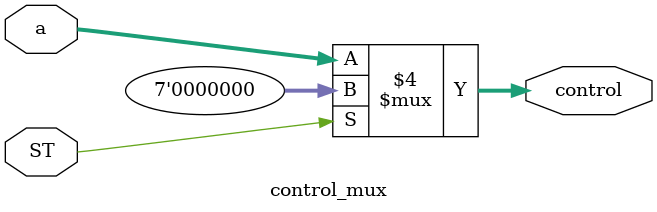
<source format=v>
`timescale 1ns / 1ps


module control_mux(
input [6:0] a,
input ST,
output reg [6:0] control
);

always @(*) begin
    if (ST == 0)
        control <= a;
    else
        control <= 7'b0; 
end
endmodule

</source>
